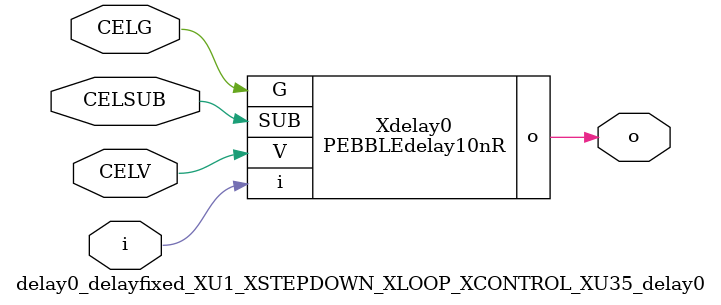
<source format=v>



module PEBBLEdelay10nR ( o, V, G, i, SUB );

  input V;
  input i;
  input G;
  output o;
  input SUB;
endmodule

//Celera Confidential Do Not Copy delay0_delayfixed_XU1_XSTEPDOWN_XLOOP_XCONTROL_XU35_delay0
//TYPE: fixed 10ns
module delay0_delayfixed_XU1_XSTEPDOWN_XLOOP_XCONTROL_XU35_delay0 (i, CELV, o,
CELG,CELSUB);
input CELV;
input i;
output o;
input CELSUB;
input CELG;

//Celera Confidential Do Not Copy delayfast0
PEBBLEdelay10nR Xdelay0(
.V (CELV),
.i (i),
.o (o),
.G (CELG),
.SUB (CELSUB)
);
//,diesize,PEBBLEdelay10nR

//Celera Confidential Do Not Copy Module End
//Celera Schematic Generator
endmodule

</source>
